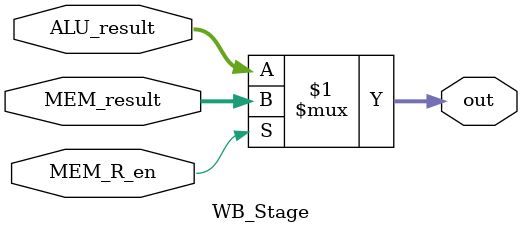
<source format=v>
module WB_Stage(
  input[31:0] ALU_result, MEM_result,
  input MEM_R_en,
  output[31:0] out
);

  assign out = MEM_R_en ? MEM_result : ALU_result;

endmodule
</source>
